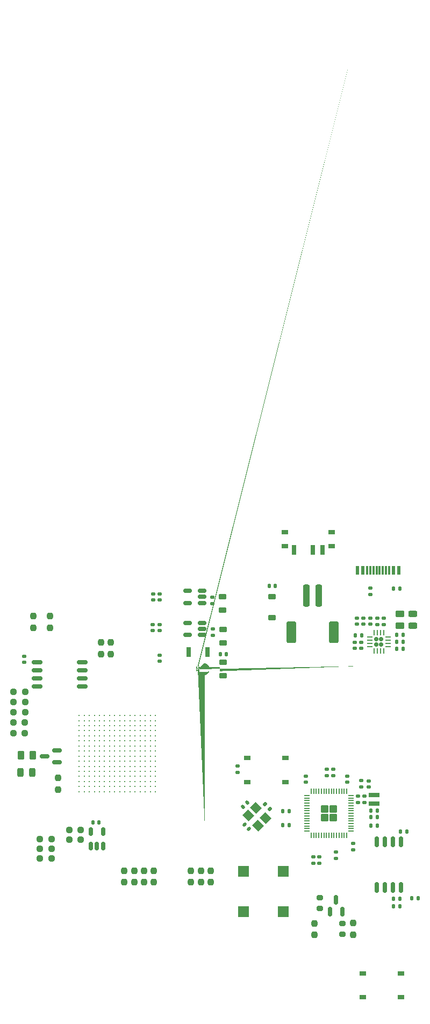
<source format=gbr>
%TF.GenerationSoftware,KiCad,Pcbnew,9.0.0*%
%TF.CreationDate,2025-05-29T01:16:52+08:00*%
%TF.ProjectId,greybadge_pcb,67726579-6261-4646-9765-5f7063622e6b,rev?*%
%TF.SameCoordinates,Original*%
%TF.FileFunction,Paste,Bot*%
%TF.FilePolarity,Positive*%
%FSLAX46Y46*%
G04 Gerber Fmt 4.6, Leading zero omitted, Abs format (unit mm)*
G04 Created by KiCad (PCBNEW 9.0.0) date 2025-05-29 01:16:52*
%MOMM*%
%LPD*%
G01*
G04 APERTURE LIST*
G04 Aperture macros list*
%AMRoundRect*
0 Rectangle with rounded corners*
0 $1 Rounding radius*
0 $2 $3 $4 $5 $6 $7 $8 $9 X,Y pos of 4 corners*
0 Add a 4 corners polygon primitive as box body*
4,1,4,$2,$3,$4,$5,$6,$7,$8,$9,$2,$3,0*
0 Add four circle primitives for the rounded corners*
1,1,$1+$1,$2,$3*
1,1,$1+$1,$4,$5*
1,1,$1+$1,$6,$7*
1,1,$1+$1,$8,$9*
0 Add four rect primitives between the rounded corners*
20,1,$1+$1,$2,$3,$4,$5,0*
20,1,$1+$1,$4,$5,$6,$7,0*
20,1,$1+$1,$6,$7,$8,$9,0*
20,1,$1+$1,$8,$9,$2,$3,0*%
%AMRotRect*
0 Rectangle, with rotation*
0 The origin of the aperture is its center*
0 $1 length*
0 $2 width*
0 $3 Rotation angle, in degrees counterclockwise*
0 Add horizontal line*
21,1,$1,$2,0,0,$3*%
%AMFreePoly0*
4,1,123,0.971755,0.948997,1.016180,0.945872,1.060427,0.940665,1.104369,0.933401,1.147930,0.924054,1.190983,0.912700,1.233477,0.899340,1.275286,0.883998,1.316332,0.866701,1.356541,0.847523,1.395784,0.826467,1.434011,0.803581,1.471120,0.778943,1.507036,0.752604,1.541656,0.724613,1.574956,0.694996,1.606807,0.663881,1.637186,0.631293,1.665989,0.597333,1.693167,0.562052,
1.718669,0.525527,1.742418,0.487859,1.764389,0.449098,1.784531,0.409373,1.802769,0.330023,3.500102,0.330023,3.500102,-0.329972,1.802769,-0.329972,1.784531,-0.409271,1.764389,-0.448997,1.742418,-0.487757,1.718669,-0.525425,1.693167,-0.561951,1.665989,-0.597231,1.637186,-0.631191,1.606807,-0.663780,1.574956,-0.694895,1.541656,-0.724511,1.507036,-0.752502,1.471120,-0.778842,
1.434011,-0.803480,1.395784,-0.826365,1.356541,-0.847422,1.316332,-0.866599,1.275286,-0.883896,1.233477,-0.899238,1.190983,-0.912598,1.147930,-0.923952,1.104369,-0.933299,1.060427,-0.940564,1.016180,-0.945771,0.971755,-0.948895,0.927229,-0.949962,-0.926975,-0.949962,-0.971501,-0.948895,-1.015926,-0.945771,-1.060173,-0.940564,-1.104115,-0.933299,-1.147676,-0.923952,-1.190729,-0.912598,
-1.233223,-0.899238,-1.275032,-0.883896,-1.316078,-0.866599,-1.356287,-0.847422,-1.395530,-0.826365,-1.433757,-0.803480,-1.470866,-0.778842,-1.506782,-0.752502,-1.541402,-0.724511,-1.574702,-0.694895,-1.606553,-0.663780,-1.636932,-0.631191,-1.665735,-0.597231,-1.692913,-0.561951,-1.718415,-0.525425,-1.742164,-0.487757,-1.764135,-0.448997,-1.784277,-0.409271,-1.802515,-0.368631,-1.818847,-0.327203,
-1.833198,-0.285039,-1.845568,-0.242240,-1.855906,-0.198908,-1.864211,-0.155169,-1.870460,-0.111049,-1.874625,-0.066701,-1.876708,-0.022225,-1.876708,0.022327,-1.874625,0.066802,-1.870460,0.111151,-1.864211,0.155271,-1.855906,0.199009,-1.845568,0.242342,-1.833198,0.285141,-1.818847,0.327305,-1.802515,0.368733,-1.784277,0.409373,-1.764135,0.449098,-1.742164,0.487859,-1.718415,0.525527,
-1.692913,0.562052,-1.665735,0.597333,-1.636932,0.631293,-1.606553,0.663881,-1.574702,0.694996,-1.541402,0.724613,-1.506782,0.752604,-1.470866,0.778943,-1.433757,0.803581,-1.395530,0.826467,-1.356287,0.847523,-1.316078,0.866701,-1.275032,0.883998,-1.233223,0.899340,-1.190729,0.912700,-1.147676,0.924054,-1.104115,0.933401,-1.060173,0.940665,-1.015926,0.945872,-0.971501,0.948997,
-0.926975,0.950064,0.927229,0.950064,0.971755,0.948997,0.971755,0.948997,$1*%
%AMFreePoly1*
4,1,18,-0.437500,0.050000,-0.433694,0.069134,-0.422855,0.085355,-0.406634,0.096194,-0.387500,0.100000,0.387500,0.100000,0.406634,0.096194,0.422855,0.085355,0.433694,0.069134,0.437500,0.050000,0.437500,-0.050000,0.387500,-0.100000,-0.387500,-0.100000,-0.406634,-0.096194,-0.422855,-0.085355,-0.433694,-0.069134,-0.437500,-0.050000,-0.437500,0.050000,-0.437500,0.050000,$1*%
%AMFreePoly2*
4,1,18,-0.437500,0.050000,-0.433694,0.069134,-0.422855,0.085355,-0.406634,0.096194,-0.387500,0.100000,0.387500,0.100000,0.437500,0.050000,0.437500,-0.050000,0.433694,-0.069134,0.422855,-0.085355,0.406634,-0.096194,0.387500,-0.100000,-0.387500,-0.100000,-0.406634,-0.096194,-0.422855,-0.085355,-0.433694,-0.069134,-0.437500,-0.050000,-0.437500,0.050000,-0.437500,0.050000,$1*%
%AMFreePoly3*
4,1,18,-0.100000,0.387500,-0.096194,0.406634,-0.085355,0.422855,-0.069134,0.433694,-0.050000,0.437500,0.050000,0.437500,0.069134,0.433694,0.085355,0.422855,0.096194,0.406634,0.100000,0.387500,0.100000,-0.387500,0.096194,-0.406634,0.085355,-0.422855,0.069134,-0.433694,0.050000,-0.437500,-0.050000,-0.437500,-0.100000,-0.387500,-0.100000,0.387500,-0.100000,0.387500,$1*%
%AMFreePoly4*
4,1,18,-0.100000,0.387500,-0.096194,0.406634,-0.085355,0.422855,-0.069134,0.433694,-0.050000,0.437500,0.050000,0.437500,0.069134,0.433694,0.085355,0.422855,0.096194,0.406634,0.100000,0.387500,0.100000,-0.387500,0.050000,-0.437500,-0.050000,-0.437500,-0.069134,-0.433694,-0.085355,-0.422855,-0.096194,-0.406634,-0.100000,-0.387500,-0.100000,0.387500,-0.100000,0.387500,$1*%
%AMFreePoly5*
4,1,18,-0.437500,0.050000,-0.387500,0.100000,0.387500,0.100000,0.406634,0.096194,0.422855,0.085355,0.433694,0.069134,0.437500,0.050000,0.437500,-0.050000,0.433694,-0.069134,0.422855,-0.085355,0.406634,-0.096194,0.387500,-0.100000,-0.387500,-0.100000,-0.406634,-0.096194,-0.422855,-0.085355,-0.433694,-0.069134,-0.437500,-0.050000,-0.437500,0.050000,-0.437500,0.050000,$1*%
%AMFreePoly6*
4,1,18,-0.437500,0.050000,-0.433694,0.069134,-0.422855,0.085355,-0.406634,0.096194,-0.387500,0.100000,0.387500,0.100000,0.406634,0.096194,0.422855,0.085355,0.433694,0.069134,0.437500,0.050000,0.437500,-0.050000,0.433694,-0.069134,0.422855,-0.085355,0.406634,-0.096194,0.387500,-0.100000,-0.387500,-0.100000,-0.437500,-0.050000,-0.437500,0.050000,-0.437500,0.050000,$1*%
%AMFreePoly7*
4,1,18,-0.100000,0.387500,-0.096194,0.406634,-0.085355,0.422855,-0.069134,0.433694,-0.050000,0.437500,0.050000,0.437500,0.100000,0.387500,0.100000,-0.387500,0.096194,-0.406634,0.085355,-0.422855,0.069134,-0.433694,0.050000,-0.437500,-0.050000,-0.437500,-0.069134,-0.433694,-0.085355,-0.422855,-0.096194,-0.406634,-0.100000,-0.387500,-0.100000,0.387500,-0.100000,0.387500,$1*%
%AMFreePoly8*
4,1,18,-0.100000,0.387500,-0.050000,0.437500,0.050000,0.437500,0.069134,0.433694,0.085355,0.422855,0.096194,0.406634,0.100000,0.387500,0.100000,-0.387500,0.096194,-0.406634,0.085355,-0.422855,0.069134,-0.433694,0.050000,-0.437500,-0.050000,-0.437500,-0.069134,-0.433694,-0.085355,-0.422855,-0.096194,-0.406634,-0.100000,-0.387500,-0.100000,0.387500,-0.100000,0.387500,$1*%
G04 Aperture macros list end*
%ADD10RoundRect,0.237500X-0.237500X0.250000X-0.237500X-0.250000X0.237500X-0.250000X0.237500X0.250000X0*%
%ADD11RoundRect,0.140000X0.170000X-0.140000X0.170000X0.140000X-0.170000X0.140000X-0.170000X-0.140000X0*%
%ADD12R,1.700000X0.700000*%
%ADD13RoundRect,0.243750X-0.456250X0.243750X-0.456250X-0.243750X0.456250X-0.243750X0.456250X0.243750X0*%
%ADD14R,1.800000X1.800000*%
%ADD15RoundRect,0.237500X0.250000X0.237500X-0.250000X0.237500X-0.250000X-0.237500X0.250000X-0.237500X0*%
%ADD16RoundRect,0.200000X0.275000X-0.200000X0.275000X0.200000X-0.275000X0.200000X-0.275000X-0.200000X0*%
%ADD17RoundRect,0.237500X0.237500X-0.250000X0.237500X0.250000X-0.237500X0.250000X-0.237500X-0.250000X0*%
%ADD18RoundRect,0.218750X-0.381250X0.218750X-0.381250X-0.218750X0.381250X-0.218750X0.381250X0.218750X0*%
%ADD19RoundRect,0.140000X-0.140000X-0.170000X0.140000X-0.170000X0.140000X0.170000X-0.140000X0.170000X0*%
%ADD20RoundRect,0.140000X-0.170000X0.140000X-0.170000X-0.140000X0.170000X-0.140000X0.170000X0.140000X0*%
%ADD21RoundRect,0.135000X-0.135000X-0.185000X0.135000X-0.185000X0.135000X0.185000X-0.135000X0.185000X0*%
%ADD22R,0.600000X1.450000*%
%ADD23R,0.300000X1.450000*%
%ADD24RoundRect,0.160000X0.160000X0.160000X-0.160000X0.160000X-0.160000X-0.160000X0.160000X-0.160000X0*%
%ADD25RoundRect,0.062500X0.375000X0.062500X-0.375000X0.062500X-0.375000X-0.062500X0.375000X-0.062500X0*%
%ADD26RoundRect,0.062500X0.062500X0.375000X-0.062500X0.375000X-0.062500X-0.375000X0.062500X-0.375000X0*%
%ADD27RoundRect,0.140000X0.021213X-0.219203X0.219203X-0.021213X-0.021213X0.219203X-0.219203X0.021213X0*%
%ADD28RotRect,1.400000X1.200000X315.000000*%
%ADD29RoundRect,0.135000X0.185000X-0.135000X0.185000X0.135000X-0.185000X0.135000X-0.185000X-0.135000X0*%
%ADD30RoundRect,0.150000X0.587500X0.150000X-0.587500X0.150000X-0.587500X-0.150000X0.587500X-0.150000X0*%
%ADD31R,1.000000X0.750000*%
%ADD32RoundRect,0.135000X0.135000X0.185000X-0.135000X0.185000X-0.135000X-0.185000X0.135000X-0.185000X0*%
%ADD33RoundRect,0.135000X-0.226274X-0.035355X-0.035355X-0.226274X0.226274X0.035355X0.035355X0.226274X0*%
%ADD34RoundRect,0.225000X-0.375000X0.225000X-0.375000X-0.225000X0.375000X-0.225000X0.375000X0.225000X0*%
%ADD35RoundRect,0.150000X0.512500X0.150000X-0.512500X0.150000X-0.512500X-0.150000X0.512500X-0.150000X0*%
%ADD36RoundRect,0.250000X0.450000X-0.262500X0.450000X0.262500X-0.450000X0.262500X-0.450000X-0.262500X0*%
%ADD37RoundRect,0.243750X0.243750X0.456250X-0.243750X0.456250X-0.243750X-0.456250X0.243750X-0.456250X0*%
%ADD38RoundRect,0.162500X0.650000X0.162500X-0.650000X0.162500X-0.650000X-0.162500X0.650000X-0.162500X0*%
%ADD39C,0.320000*%
%ADD40RoundRect,0.140000X0.140000X0.170000X-0.140000X0.170000X-0.140000X-0.170000X0.140000X-0.170000X0*%
%ADD41RoundRect,0.135000X-0.185000X0.135000X-0.185000X-0.135000X0.185000X-0.135000X0.185000X0.135000X0*%
%ADD42RoundRect,0.150000X0.150000X-0.587500X0.150000X0.587500X-0.150000X0.587500X-0.150000X-0.587500X0*%
%ADD43R,0.672009X1.575006*%
%ADD44FreePoly0,90.000000*%
%ADD45RoundRect,0.250000X-0.262500X-0.450000X0.262500X-0.450000X0.262500X0.450000X-0.262500X0.450000X0*%
%ADD46RoundRect,0.250000X0.250000X1.500000X-0.250000X1.500000X-0.250000X-1.500000X0.250000X-1.500000X0*%
%ADD47RoundRect,0.250001X0.499999X1.449999X-0.499999X1.449999X-0.499999X-1.449999X0.499999X-1.449999X0*%
%ADD48R,1.000000X0.800000*%
%ADD49R,0.700000X1.500000*%
%ADD50RoundRect,0.237500X-0.250000X-0.237500X0.250000X-0.237500X0.250000X0.237500X-0.250000X0.237500X0*%
%ADD51RoundRect,0.162500X0.162500X-0.650000X0.162500X0.650000X-0.162500X0.650000X-0.162500X-0.650000X0*%
%ADD52RoundRect,0.140000X-0.219203X-0.021213X-0.021213X-0.219203X0.219203X0.021213X0.021213X0.219203X0*%
%ADD53RoundRect,0.250000X0.350000X-0.350000X0.350000X0.350000X-0.350000X0.350000X-0.350000X-0.350000X0*%
%ADD54FreePoly1,90.000000*%
%ADD55RoundRect,0.050000X0.050000X-0.387500X0.050000X0.387500X-0.050000X0.387500X-0.050000X-0.387500X0*%
%ADD56FreePoly2,90.000000*%
%ADD57FreePoly3,90.000000*%
%ADD58RoundRect,0.050000X0.387500X-0.050000X0.387500X0.050000X-0.387500X0.050000X-0.387500X-0.050000X0*%
%ADD59FreePoly4,90.000000*%
%ADD60FreePoly5,90.000000*%
%ADD61FreePoly6,90.000000*%
%ADD62FreePoly7,90.000000*%
%ADD63FreePoly8,90.000000*%
%ADD64RoundRect,0.150000X0.150000X-0.512500X0.150000X0.512500X-0.150000X0.512500X-0.150000X-0.512500X0*%
%ADD65RoundRect,0.200000X-0.275000X0.200000X-0.275000X-0.200000X0.275000X-0.200000X0.275000X0.200000X0*%
G04 APERTURE END LIST*
D10*
%TO.C,R8*%
X94998249Y-91771739D03*
X94998249Y-93596739D03*
%TD*%
D11*
%TO.C,C39*%
X138350000Y-91413631D03*
X138350000Y-90453631D03*
%TD*%
D12*
%TO.C,L3*%
X144772430Y-95848972D03*
X144772430Y-94448972D03*
%TD*%
D11*
%TO.C,C27*%
X143953631Y-93208972D03*
X143953631Y-92248972D03*
%TD*%
D13*
%TO.C,D9*%
X150870000Y-65922499D03*
X150870000Y-67797501D03*
%TD*%
D14*
%TO.C,BZ1*%
X124154432Y-106527598D03*
X130454400Y-106527600D03*
X130454398Y-112827568D03*
X124154430Y-112827566D03*
%TD*%
D15*
%TO.C,R6*%
X98552000Y-99999800D03*
X96727000Y-99999800D03*
%TD*%
D16*
%TO.C,R21*%
X136245600Y-112317800D03*
X136245600Y-110667800D03*
%TD*%
D17*
%TO.C,R45*%
X101741331Y-72291969D03*
X101741331Y-70466969D03*
%TD*%
D18*
%TO.C,FB2*%
X120956420Y-73584472D03*
X120956420Y-75709472D03*
%TD*%
D15*
%TO.C,R42*%
X89789000Y-78206600D03*
X87964000Y-78206600D03*
%TD*%
D19*
%TO.C,C24*%
X148343762Y-71459467D03*
X149303762Y-71459467D03*
%TD*%
D17*
%TO.C,R7*%
X117462982Y-108217076D03*
X117462982Y-106392076D03*
%TD*%
D20*
%TO.C,C22*%
X141740000Y-70425900D03*
X141740000Y-71385900D03*
%TD*%
D21*
%TO.C,R23*%
X148320508Y-69263764D03*
X149340506Y-69263764D03*
%TD*%
D15*
%TO.C,R44*%
X89789000Y-79832200D03*
X87964000Y-79832200D03*
%TD*%
D22*
%TO.C,J5*%
X142149000Y-59054667D03*
X142948999Y-59054667D03*
D23*
X144149000Y-59054666D03*
X145149000Y-59054667D03*
X145649000Y-59054667D03*
X146649000Y-59054666D03*
D22*
X147849001Y-59054667D03*
X148649000Y-59054667D03*
X148649000Y-59054667D03*
X147849001Y-59054667D03*
D23*
X147148999Y-59054667D03*
X146149000Y-59054667D03*
X144649000Y-59054667D03*
X143649001Y-59054667D03*
D22*
X142948999Y-59054667D03*
X142149000Y-59054667D03*
%TD*%
D21*
%TO.C,R29*%
X147843631Y-110848972D03*
X148863629Y-110848972D03*
%TD*%
D17*
%TO.C,R4*%
X110083600Y-108225600D03*
X110083600Y-106400600D03*
%TD*%
D24*
%TO.C,U5*%
X145905500Y-70762500D03*
X145905500Y-69962500D03*
X145105500Y-70762500D03*
X145105500Y-69962500D03*
D25*
X146943000Y-69612500D03*
X146943000Y-70112500D03*
X146943000Y-70612500D03*
X146943000Y-71112500D03*
D26*
X146255500Y-71800000D03*
X145755500Y-71800000D03*
X145255500Y-71800000D03*
X144755500Y-71800000D03*
D25*
X144068000Y-71112500D03*
X144068000Y-70612500D03*
X144068000Y-70112500D03*
X144068000Y-69612500D03*
D26*
X144755500Y-68925000D03*
X145255500Y-68925000D03*
X145755500Y-68925000D03*
X146255500Y-68925000D03*
%TD*%
D17*
%TO.C,R2*%
X106984800Y-108218000D03*
X106984800Y-106393000D03*
%TD*%
D21*
%TO.C,R32*%
X147843631Y-112048972D03*
X148863629Y-112048972D03*
%TD*%
D10*
%TO.C,R46*%
X91096000Y-66300000D03*
X91096000Y-68125000D03*
%TD*%
D27*
%TO.C,C31*%
X124078906Y-96353070D03*
X124757728Y-95674248D03*
%TD*%
D28*
%TO.C,Y1*%
X126141541Y-96534801D03*
X127697176Y-98090436D03*
X126495095Y-99292519D03*
X124939460Y-97736884D03*
%TD*%
D11*
%TO.C,C28*%
X142264220Y-95628972D03*
X142264220Y-94668972D03*
%TD*%
D29*
%TO.C,R34*%
X123270000Y-90970000D03*
X123270000Y-89950002D03*
%TD*%
D15*
%TO.C,R39*%
X89775785Y-81457800D03*
X87950785Y-81457800D03*
%TD*%
D20*
%TO.C,C8*%
X110961200Y-62799730D03*
X110961200Y-63759730D03*
%TD*%
D19*
%TO.C,C32*%
X144273631Y-99308972D03*
X145233631Y-99308972D03*
%TD*%
D30*
%TO.C,Q2*%
X94769880Y-87416065D03*
X94769880Y-89316065D03*
X92894880Y-88366065D03*
%TD*%
D11*
%TO.C,C21*%
X144169953Y-67574252D03*
X144169953Y-66614252D03*
%TD*%
D31*
%TO.C,SW10*%
X130764195Y-88670979D03*
X124764195Y-88670979D03*
X130764195Y-92420979D03*
X124764195Y-92420979D03*
%TD*%
D32*
%TO.C,R30*%
X145253630Y-97978972D03*
X144233632Y-97978972D03*
%TD*%
D19*
%TO.C,C36*%
X148953631Y-100258972D03*
X149913631Y-100258972D03*
%TD*%
D11*
%TO.C,C19*%
X143106387Y-67581320D03*
X143106387Y-66621320D03*
%TD*%
D33*
%TO.C,R33*%
X127607692Y-95953035D03*
X128328942Y-96674283D03*
%TD*%
D20*
%TO.C,C11*%
X110972600Y-72440800D03*
X110972600Y-73400800D03*
%TD*%
D34*
%TO.C,D10*%
X128680000Y-63250000D03*
X128680000Y-66550000D03*
%TD*%
D32*
%TO.C,R28*%
X151743629Y-110748972D03*
X150723631Y-110748972D03*
%TD*%
D35*
%TO.C,U2*%
X117692871Y-62332700D03*
X117692871Y-63282700D03*
X117692871Y-64232700D03*
X115417871Y-64232700D03*
X115417871Y-62332700D03*
%TD*%
D17*
%TO.C,R10*%
X141427200Y-116480600D03*
X141427200Y-114655600D03*
%TD*%
D20*
%TO.C,C1*%
X119318471Y-63364100D03*
X119318471Y-64324100D03*
%TD*%
D19*
%TO.C,C43*%
X100462200Y-98806000D03*
X101422200Y-98806000D03*
%TD*%
D36*
%TO.C,R20*%
X148820000Y-67800000D03*
X148820000Y-65975000D03*
%TD*%
D20*
%TO.C,C40*%
X138713631Y-103498972D03*
X138713631Y-104458972D03*
%TD*%
D37*
%TO.C,D11*%
X90893111Y-90964764D03*
X89018111Y-90964764D03*
%TD*%
D17*
%TO.C,R38*%
X93726000Y-68150000D03*
X93726000Y-66325000D03*
%TD*%
D11*
%TO.C,C37*%
X137350000Y-91413631D03*
X137350000Y-90453631D03*
%TD*%
D15*
%TO.C,R5*%
X93930000Y-104510000D03*
X92105000Y-104510000D03*
%TD*%
D29*
%TO.C,R24*%
X145261800Y-67625299D03*
X145261800Y-66605301D03*
%TD*%
D20*
%TO.C,C18*%
X136169400Y-104241600D03*
X136169400Y-105201600D03*
%TD*%
D17*
%TO.C,R40*%
X103250000Y-72285000D03*
X103250000Y-70460000D03*
%TD*%
D38*
%TO.C,U9*%
X98818889Y-73604213D03*
X98818889Y-74874213D03*
X98818889Y-76144213D03*
X98818889Y-77414213D03*
X91643889Y-77414213D03*
X91643889Y-76144213D03*
X91643889Y-74874213D03*
X91643889Y-73604213D03*
%TD*%
D39*
%TO.C,U8*%
X98303599Y-93963827D03*
X99103599Y-93963827D03*
X99903599Y-93963827D03*
X100703599Y-93963827D03*
X101503599Y-93963827D03*
X102303599Y-93963827D03*
X103103599Y-93963827D03*
X103903599Y-93963827D03*
X104703599Y-93963827D03*
X105503599Y-93963827D03*
X106303599Y-93963827D03*
X107103599Y-93963827D03*
X107903599Y-93963827D03*
X108703599Y-93963827D03*
X109503599Y-93963827D03*
X110303599Y-93963827D03*
X98303599Y-93163827D03*
X99103599Y-93163827D03*
X99903599Y-93163827D03*
X100703599Y-93163827D03*
X101503599Y-93163827D03*
X102303599Y-93163827D03*
X103103599Y-93163827D03*
X103903599Y-93163827D03*
X104703599Y-93163827D03*
X105503599Y-93163827D03*
X106303599Y-93163827D03*
X107103599Y-93163827D03*
X107903599Y-93163827D03*
X108703599Y-93163827D03*
X109503599Y-93163827D03*
X110303599Y-93163827D03*
X98303599Y-92363827D03*
X99103599Y-92363827D03*
X99903599Y-92363827D03*
X100703599Y-92363827D03*
X101503599Y-92363827D03*
X102303599Y-92363827D03*
X103103599Y-92363827D03*
X103903599Y-92363827D03*
X104703599Y-92363827D03*
X105503599Y-92363827D03*
X106303599Y-92363827D03*
X107103599Y-92363827D03*
X107903599Y-92363827D03*
X108703599Y-92363827D03*
X109503599Y-92363827D03*
X110303599Y-92363827D03*
X98303599Y-91563827D03*
X99103599Y-91563827D03*
X99903599Y-91563827D03*
X100703599Y-91563827D03*
X101503599Y-91563827D03*
X102303599Y-91563827D03*
X103103599Y-91563827D03*
X103903599Y-91563827D03*
X104703599Y-91563827D03*
X105503599Y-91563827D03*
X106303599Y-91563827D03*
X107103599Y-91563827D03*
X107903599Y-91563827D03*
X108703599Y-91563827D03*
X109503599Y-91563827D03*
X110303599Y-91563827D03*
X98303599Y-90763827D03*
X99103599Y-90763827D03*
X99903599Y-90763827D03*
X100703599Y-90763827D03*
X101503599Y-90763827D03*
X102303599Y-90763827D03*
X103103599Y-90763827D03*
X103903599Y-90763827D03*
X104703599Y-90763827D03*
X105503599Y-90763827D03*
X106303599Y-90763827D03*
X107103599Y-90763827D03*
X107903599Y-90763827D03*
X108703599Y-90763827D03*
X109503599Y-90763827D03*
X110303599Y-90763827D03*
X98303599Y-89963827D03*
X99103599Y-89963827D03*
X99903599Y-89963827D03*
X100703599Y-89963827D03*
X101503599Y-89963827D03*
X102303599Y-89963827D03*
X103103599Y-89963827D03*
X103903599Y-89963827D03*
X104703599Y-89963827D03*
X105503599Y-89963827D03*
X106303599Y-89963827D03*
X107103599Y-89963827D03*
X107903599Y-89963827D03*
X108703599Y-89963827D03*
X109503599Y-89963827D03*
X110303599Y-89963827D03*
X98303599Y-89163827D03*
X99103599Y-89163827D03*
X99903599Y-89163827D03*
X100703599Y-89163827D03*
X101503599Y-89163827D03*
X102303599Y-89163827D03*
X103103599Y-89163827D03*
X103903599Y-89163827D03*
X104703599Y-89163827D03*
X105503599Y-89163827D03*
X106303599Y-89163827D03*
X107103599Y-89163827D03*
X107903599Y-89163827D03*
X108703599Y-89163827D03*
X109503599Y-89163827D03*
X110303599Y-89163827D03*
X98303599Y-88363827D03*
X99103599Y-88363827D03*
X99903599Y-88363827D03*
X100703599Y-88363827D03*
X101503599Y-88363827D03*
X102303599Y-88363827D03*
X103103599Y-88363827D03*
X103903599Y-88363827D03*
X104703599Y-88363827D03*
X105503599Y-88363827D03*
X106303599Y-88363827D03*
X107103599Y-88363827D03*
X107903599Y-88363827D03*
X108703599Y-88363827D03*
X109503599Y-88363827D03*
X110303599Y-88363827D03*
X98303599Y-87563827D03*
X99103599Y-87563827D03*
X99903599Y-87563827D03*
X100703599Y-87563827D03*
X101503599Y-87563827D03*
X102303599Y-87563827D03*
X103103599Y-87563827D03*
X103903599Y-87563827D03*
X104703599Y-87563827D03*
X105503599Y-87563827D03*
X106303599Y-87563827D03*
X107103599Y-87563827D03*
X107903599Y-87563827D03*
X108703599Y-87563827D03*
X109503599Y-87563827D03*
X110303599Y-87563827D03*
X98303599Y-86763827D03*
X99103599Y-86763827D03*
X99903599Y-86763827D03*
X100703599Y-86763827D03*
X101503599Y-86763827D03*
X102303599Y-86763827D03*
X103103599Y-86763827D03*
X103903599Y-86763827D03*
X104703599Y-86763827D03*
X105503599Y-86763827D03*
X106303599Y-86763827D03*
X107103599Y-86763827D03*
X107903599Y-86763827D03*
X108703599Y-86763827D03*
X109503599Y-86763827D03*
X110303599Y-86763827D03*
X98303599Y-85963827D03*
X99103599Y-85963827D03*
X99903599Y-85963827D03*
X100703599Y-85963827D03*
X101503599Y-85963827D03*
X102303599Y-85963827D03*
X103103599Y-85963827D03*
X103903599Y-85963827D03*
X104703599Y-85963827D03*
X105503599Y-85963827D03*
X106303599Y-85963827D03*
X107103599Y-85963827D03*
X107903599Y-85963827D03*
X108703599Y-85963827D03*
X109503599Y-85963827D03*
X110303599Y-85963827D03*
X98303599Y-85163827D03*
X99103599Y-85163827D03*
X99903599Y-85163827D03*
X100703599Y-85163827D03*
X101503599Y-85163827D03*
X102303599Y-85163827D03*
X103103599Y-85163827D03*
X103903599Y-85163827D03*
X104703599Y-85163827D03*
X105503599Y-85163827D03*
X106303599Y-85163827D03*
X107103599Y-85163827D03*
X107903599Y-85163827D03*
X108703599Y-85163827D03*
X109503599Y-85163827D03*
X110303599Y-85163827D03*
X98303599Y-84363827D03*
X99103599Y-84363827D03*
X99903599Y-84363827D03*
X100703599Y-84363827D03*
X101503599Y-84363827D03*
X102303599Y-84363827D03*
X103103599Y-84363827D03*
X103903599Y-84363827D03*
X104703599Y-84363827D03*
X105503599Y-84363827D03*
X106303599Y-84363827D03*
X107103599Y-84363827D03*
X107903599Y-84363827D03*
X108703599Y-84363827D03*
X109503599Y-84363827D03*
X110303599Y-84363827D03*
X98303599Y-83563827D03*
X99103599Y-83563827D03*
X99903599Y-83563827D03*
X100703599Y-83563827D03*
X101503599Y-83563827D03*
X102303599Y-83563827D03*
X103103599Y-83563827D03*
X103903599Y-83563827D03*
X104703599Y-83563827D03*
X105503599Y-83563827D03*
X106303599Y-83563827D03*
X107103599Y-83563827D03*
X107903599Y-83563827D03*
X108703599Y-83563827D03*
X109503599Y-83563827D03*
X110303599Y-83563827D03*
X98303599Y-82763827D03*
X99103599Y-82763827D03*
X99903599Y-82763827D03*
X100703599Y-82763827D03*
X101503599Y-82763827D03*
X102303599Y-82763827D03*
X103103599Y-82763827D03*
X103903599Y-82763827D03*
X104703599Y-82763827D03*
X105503599Y-82763827D03*
X106303599Y-82763827D03*
X107103599Y-82763827D03*
X107903599Y-82763827D03*
X108703599Y-82763827D03*
X109503599Y-82763827D03*
X110303599Y-82763827D03*
X98303599Y-81963827D03*
X99103599Y-81963827D03*
X99903599Y-81963827D03*
X100703599Y-81963827D03*
X101503599Y-81963827D03*
X102303599Y-81963827D03*
X103103599Y-81963827D03*
X103903599Y-81963827D03*
X104703599Y-81963827D03*
X105503599Y-81963827D03*
X106303599Y-81963827D03*
X107103599Y-81963827D03*
X107903599Y-81963827D03*
X108703599Y-81963827D03*
X109503599Y-81963827D03*
X110303599Y-81963827D03*
%TD*%
D20*
%TO.C,C12*%
X119323132Y-68353612D03*
X119323132Y-69313612D03*
%TD*%
D18*
%TO.C,FB3*%
X120956420Y-68384472D03*
X120956420Y-70509472D03*
%TD*%
D11*
%TO.C,C29*%
X143214220Y-95628972D03*
X143214220Y-94668972D03*
%TD*%
D40*
%TO.C,C17*%
X129180000Y-61590000D03*
X128220000Y-61590000D03*
%TD*%
D19*
%TO.C,C3*%
X120523000Y-72263000D03*
X121483000Y-72263000D03*
%TD*%
D35*
%TO.C,U3*%
X117687371Y-67361900D03*
X117687371Y-68311900D03*
X117687371Y-69261900D03*
X115412371Y-69261900D03*
X115412371Y-67361900D03*
%TD*%
D32*
%TO.C,R31*%
X145243630Y-96978971D03*
X144223632Y-96978971D03*
%TD*%
D41*
%TO.C,R35*%
X144162427Y-61925200D03*
X144162427Y-62945198D03*
%TD*%
D42*
%TO.C,Q1*%
X139735600Y-112873001D03*
X137835600Y-112873001D03*
X138785600Y-110998000D03*
%TD*%
D32*
%TO.C,R25*%
X142799998Y-69375900D03*
X141780000Y-69375900D03*
%TD*%
D20*
%TO.C,C16*%
X110965800Y-67650200D03*
X110965800Y-68610200D03*
%TD*%
D29*
%TO.C,R26*%
X146310000Y-67630000D03*
X146310000Y-66610002D03*
%TD*%
D43*
%TO.C,U10*%
X115532342Y-71987823D03*
D44*
X117032216Y-74700297D03*
D43*
X118532339Y-71987829D03*
%TD*%
D15*
%TO.C,R43*%
X89763600Y-83083400D03*
X87938600Y-83083400D03*
%TD*%
D20*
%TO.C,C23*%
X142760000Y-70425900D03*
X142760000Y-71385900D03*
%TD*%
D45*
%TO.C,R37*%
X89153496Y-88254350D03*
X90978496Y-88254350D03*
%TD*%
D46*
%TO.C,J4*%
X136080000Y-63100000D03*
X134080000Y-63100000D03*
D47*
X138430000Y-68850000D03*
X131730000Y-68850000D03*
%TD*%
D48*
%TO.C,SW8*%
X130750000Y-53045000D03*
X130750000Y-55255000D03*
X138050000Y-53045000D03*
X138050000Y-55255000D03*
D49*
X132150000Y-55905000D03*
X135150000Y-55905000D03*
X136650000Y-55905000D03*
%TD*%
D17*
%TO.C,R11*%
X105435400Y-108221800D03*
X105435400Y-106396800D03*
%TD*%
D11*
%TO.C,C35*%
X140560000Y-92470000D03*
X140560000Y-91510000D03*
%TD*%
D20*
%TO.C,C5*%
X109931200Y-62799730D03*
X109931200Y-63759730D03*
%TD*%
D11*
%TO.C,C20*%
X142042807Y-67571089D03*
X142042807Y-66611089D03*
%TD*%
D50*
%TO.C,R1*%
X92111957Y-102932807D03*
X93936957Y-102932807D03*
%TD*%
D51*
%TO.C,U6*%
X148958631Y-109046472D03*
X147688631Y-109046472D03*
X146418631Y-109046472D03*
X145148631Y-109046472D03*
X145148631Y-101871472D03*
X146418631Y-101871472D03*
X147688631Y-101871472D03*
X148958631Y-101871472D03*
%TD*%
D41*
%TO.C,R27*%
X142753631Y-92218973D03*
X142753631Y-93238971D03*
%TD*%
D17*
%TO.C,R14*%
X119037782Y-108213276D03*
X119037782Y-106388276D03*
%TD*%
D20*
%TO.C,C13*%
X109905800Y-67640200D03*
X109905800Y-68600200D03*
%TD*%
D17*
%TO.C,R3*%
X135356600Y-116506000D03*
X135356600Y-114681000D03*
%TD*%
D20*
%TO.C,C38*%
X141425000Y-102125000D03*
X141425000Y-103085000D03*
%TD*%
D40*
%TO.C,C33*%
X131368800Y-99212400D03*
X130408800Y-99212400D03*
%TD*%
D15*
%TO.C,R41*%
X89763600Y-84734400D03*
X87938600Y-84734400D03*
%TD*%
D40*
%TO.C,C41*%
X131363631Y-97048972D03*
X130403631Y-97048972D03*
%TD*%
D15*
%TO.C,R13*%
X98548200Y-101523800D03*
X96723200Y-101523800D03*
%TD*%
D11*
%TO.C,C26*%
X134053631Y-92458972D03*
X134053631Y-91498972D03*
%TD*%
D52*
%TO.C,C30*%
X124378906Y-99174249D03*
X125057728Y-99853071D03*
%TD*%
D20*
%TO.C,C34*%
X135178800Y-104241600D03*
X135178800Y-105201600D03*
%TD*%
D21*
%TO.C,R36*%
X147803974Y-61976000D03*
X148823972Y-61976000D03*
%TD*%
D53*
%TO.C,U7*%
X136953631Y-98071471D03*
X138353631Y-98071471D03*
X136953631Y-96671471D03*
X138353631Y-96671471D03*
D54*
X140453631Y-100808971D03*
D55*
X140053631Y-100808971D03*
X139653631Y-100808971D03*
X139253631Y-100808971D03*
X138853631Y-100808971D03*
X138453631Y-100808971D03*
X138053631Y-100808971D03*
X137653631Y-100808971D03*
X137253631Y-100808971D03*
X136853631Y-100808971D03*
X136453631Y-100808971D03*
X136053631Y-100808971D03*
X135653631Y-100808971D03*
X135253631Y-100808971D03*
D56*
X134853631Y-100808971D03*
D57*
X134216131Y-100171471D03*
D58*
X134216131Y-99771471D03*
X134216131Y-99371471D03*
X134216131Y-98971471D03*
X134216131Y-98571471D03*
X134216131Y-98171471D03*
X134216131Y-97771471D03*
X134216131Y-97371471D03*
X134216131Y-96971471D03*
X134216131Y-96571471D03*
X134216131Y-96171471D03*
X134216131Y-95771471D03*
X134216131Y-95371471D03*
X134216131Y-94971471D03*
D59*
X134216131Y-94571471D03*
D60*
X134853631Y-93933971D03*
D55*
X135253631Y-93933971D03*
X135653631Y-93933971D03*
X136053631Y-93933971D03*
X136453631Y-93933971D03*
X136853631Y-93933971D03*
X137253631Y-93933971D03*
X137653631Y-93933971D03*
X138053631Y-93933971D03*
X138453631Y-93933971D03*
X138853631Y-93933971D03*
X139253631Y-93933971D03*
X139653631Y-93933971D03*
X140053631Y-93933971D03*
D61*
X140453631Y-93933971D03*
D62*
X141091131Y-94571471D03*
D58*
X141091131Y-94971471D03*
X141091131Y-95371471D03*
X141091131Y-95771471D03*
X141091131Y-96171471D03*
X141091131Y-96571471D03*
X141091131Y-96971471D03*
X141091131Y-97371471D03*
X141091131Y-97771471D03*
X141091131Y-98171471D03*
X141091131Y-98571471D03*
X141091131Y-98971471D03*
X141091131Y-99371471D03*
X141091131Y-99771471D03*
D63*
X141091131Y-100171471D03*
%TD*%
D17*
%TO.C,R15*%
X108534200Y-108221800D03*
X108534200Y-106396800D03*
%TD*%
D50*
%TO.C,R9*%
X92113495Y-101448524D03*
X93938495Y-101448524D03*
%TD*%
D64*
%TO.C,X1*%
X102063065Y-102525784D03*
X101113065Y-102525784D03*
X100163065Y-102525784D03*
X100163065Y-100250784D03*
X102063065Y-100250784D03*
%TD*%
D65*
%TO.C,R22*%
X139776200Y-114731800D03*
X139776200Y-116381800D03*
%TD*%
D31*
%TO.C,SW9*%
X149006221Y-122587394D03*
X143006221Y-122587394D03*
X149006221Y-126337394D03*
X143006221Y-126337394D03*
%TD*%
D19*
%TO.C,C25*%
X148343001Y-70358900D03*
X149303001Y-70358900D03*
%TD*%
D17*
%TO.C,R12*%
X115874800Y-108223808D03*
X115874800Y-106398808D03*
%TD*%
D11*
%TO.C,C42*%
X89680000Y-73610000D03*
X89680000Y-72650000D03*
%TD*%
D18*
%TO.C,FB1*%
X120900298Y-63240864D03*
X120900298Y-65365864D03*
%TD*%
M02*

</source>
